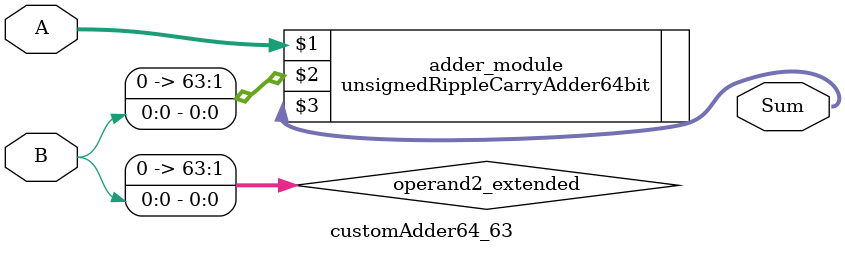
<source format=v>
module customAdder64_63(
                        input [63 : 0] A,
                        input [0 : 0] B,
                        
                        output [64 : 0] Sum
                );

        wire [63 : 0] operand2_extended;
        
        assign operand2_extended =  {63'b0, B};
        
        unsignedRippleCarryAdder64bit adder_module(
            A,
            operand2_extended,
            Sum
        );
        
        endmodule
        
</source>
